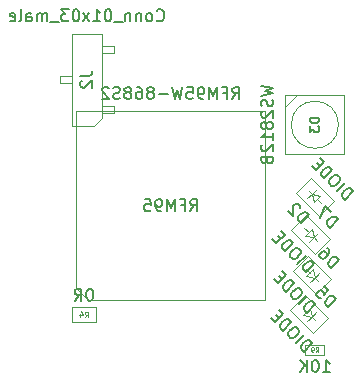
<source format=gbr>
%TF.GenerationSoftware,KiCad,Pcbnew,(5.1.9)-1*%
%TF.CreationDate,2021-06-07T11:13:51+02:00*%
%TF.ProjectId,esp32PicoD4,65737033-3250-4696-936f-44342e6b6963,rev?*%
%TF.SameCoordinates,Original*%
%TF.FileFunction,Other,Fab,Bot*%
%FSLAX46Y46*%
G04 Gerber Fmt 4.6, Leading zero omitted, Abs format (unit mm)*
G04 Created by KiCad (PCBNEW (5.1.9)-1) date 2021-06-07 11:13:51*
%MOMM*%
%LPD*%
G01*
G04 APERTURE LIST*
%ADD10C,0.100000*%
%ADD11C,0.150000*%
%ADD12C,0.060000*%
%ADD13C,0.080000*%
G04 APERTURE END LIST*
D10*
%TO.C,R9*%
X208318000Y-102774500D02*
X208318000Y-101949500D01*
X208318000Y-101949500D02*
X206718000Y-101949500D01*
X206718000Y-101949500D02*
X206718000Y-102774500D01*
X206718000Y-102774500D02*
X208318000Y-102774500D01*
%TO.C,J2*%
X186944000Y-83412000D02*
X188849000Y-83412000D01*
X188849000Y-83412000D02*
X189484000Y-82777000D01*
X189484000Y-82777000D02*
X189484000Y-75592000D01*
X189484000Y-75592000D02*
X186944000Y-75592000D01*
X186944000Y-75592000D02*
X186944000Y-83412000D01*
X189484000Y-82342000D02*
X190484000Y-82342000D01*
X190484000Y-82342000D02*
X190484000Y-81742000D01*
X190484000Y-81742000D02*
X189484000Y-81742000D01*
X185944000Y-79802000D02*
X186944000Y-79802000D01*
X186944000Y-79202000D02*
X185944000Y-79202000D01*
X185944000Y-79202000D02*
X185944000Y-79802000D01*
X189484000Y-77262000D02*
X190484000Y-77262000D01*
X190484000Y-77262000D02*
X190484000Y-76662000D01*
X190484000Y-76662000D02*
X189484000Y-76662000D01*
%TO.C,D7*%
X206983949Y-92429949D02*
X206630396Y-92076396D01*
X206701107Y-92712792D02*
X207408213Y-92854213D01*
X207266792Y-92147107D02*
X206701107Y-92712792D01*
X207408213Y-92854213D02*
X207266792Y-92147107D01*
X207408213Y-92854213D02*
X207019305Y-93243122D01*
X207408213Y-92854213D02*
X207797122Y-92465305D01*
X207691056Y-93137056D02*
X207408213Y-92854213D01*
X207514279Y-94233072D02*
X208787072Y-92960279D01*
X205534380Y-92253173D02*
X207514279Y-94233072D01*
X206807173Y-90980380D02*
X205534380Y-92253173D01*
X208787072Y-92960279D02*
X206807173Y-90980380D01*
%TO.C,D6*%
X207087223Y-95835223D02*
X206733670Y-95481670D01*
X206804381Y-96118066D02*
X207511487Y-96259487D01*
X207370066Y-95552381D02*
X206804381Y-96118066D01*
X207511487Y-96259487D02*
X207370066Y-95552381D01*
X207511487Y-96259487D02*
X207122579Y-96648396D01*
X207511487Y-96259487D02*
X207900396Y-95870579D01*
X207794330Y-96542330D02*
X207511487Y-96259487D01*
X207617553Y-97638346D02*
X208890346Y-96365553D01*
X205637654Y-95658447D02*
X207617553Y-97638346D01*
X206910447Y-94385654D02*
X205637654Y-95658447D01*
X208890346Y-96365553D02*
X206910447Y-94385654D01*
%TO.C,D5*%
X206833223Y-99137223D02*
X206479670Y-98783670D01*
X206550381Y-99420066D02*
X207257487Y-99561487D01*
X207116066Y-98854381D02*
X206550381Y-99420066D01*
X207257487Y-99561487D02*
X207116066Y-98854381D01*
X207257487Y-99561487D02*
X206868579Y-99950396D01*
X207257487Y-99561487D02*
X207646396Y-99172579D01*
X207540330Y-99844330D02*
X207257487Y-99561487D01*
X207363553Y-100940346D02*
X208636346Y-99667553D01*
X205383654Y-98960447D02*
X207363553Y-100940346D01*
X206656447Y-97687654D02*
X205383654Y-98960447D01*
X208636346Y-99667553D02*
X206656447Y-97687654D01*
%TO.C,D2*%
X207694777Y-89584777D02*
X208048330Y-89938330D01*
X207977619Y-89301934D02*
X207270513Y-89160513D01*
X207411934Y-89867619D02*
X207977619Y-89301934D01*
X207270513Y-89160513D02*
X207411934Y-89867619D01*
X207270513Y-89160513D02*
X207659421Y-88771604D01*
X207270513Y-89160513D02*
X206881604Y-89549421D01*
X206987670Y-88877670D02*
X207270513Y-89160513D01*
X207164447Y-87781654D02*
X205891654Y-89054447D01*
X209144346Y-89761553D02*
X207164447Y-87781654D01*
X207871553Y-91034346D02*
X209144346Y-89761553D01*
X205891654Y-89054447D02*
X207871553Y-91034346D01*
%TO.C,D3*%
X206018000Y-80812000D02*
X205018000Y-81812000D01*
X210018000Y-85812000D02*
X205018000Y-85812000D01*
X205018000Y-85812000D02*
X205018000Y-80812000D01*
X205018000Y-80812000D02*
X210018000Y-80812000D01*
X210018000Y-80812000D02*
X210018000Y-85812000D01*
X209518000Y-83312000D02*
G75*
G03*
X209518000Y-83312000I-2000000J0D01*
G01*
%TO.C,R4*%
X186960000Y-98775000D02*
X186960000Y-100025000D01*
X186960000Y-100025000D02*
X188960000Y-100025000D01*
X188960000Y-100025000D02*
X188960000Y-98775000D01*
X188960000Y-98775000D02*
X186960000Y-98775000D01*
%TO.C,RFM95*%
X188326000Y-98170000D02*
X203326000Y-98170000D01*
X203326000Y-82170000D02*
X203326000Y-98170000D01*
X187326000Y-82170000D02*
X203326000Y-82170000D01*
X187326000Y-82170000D02*
X187326000Y-97170000D01*
X188326000Y-98170000D02*
X187326000Y-97170000D01*
%TD*%
%TO.C,R9*%
D11*
X208208476Y-104244380D02*
X208779904Y-104244380D01*
X208494190Y-104244380D02*
X208494190Y-103244380D01*
X208589428Y-103387238D01*
X208684666Y-103482476D01*
X208779904Y-103530095D01*
X207589428Y-103244380D02*
X207494190Y-103244380D01*
X207398952Y-103292000D01*
X207351333Y-103339619D01*
X207303714Y-103434857D01*
X207256095Y-103625333D01*
X207256095Y-103863428D01*
X207303714Y-104053904D01*
X207351333Y-104149142D01*
X207398952Y-104196761D01*
X207494190Y-104244380D01*
X207589428Y-104244380D01*
X207684666Y-104196761D01*
X207732285Y-104149142D01*
X207779904Y-104053904D01*
X207827523Y-103863428D01*
X207827523Y-103625333D01*
X207779904Y-103434857D01*
X207732285Y-103339619D01*
X207684666Y-103292000D01*
X207589428Y-103244380D01*
X206827523Y-104244380D02*
X206827523Y-103244380D01*
X206256095Y-104244380D02*
X206684666Y-103672952D01*
X206256095Y-103244380D02*
X206827523Y-103815809D01*
D12*
X207584666Y-102542952D02*
X207718000Y-102352476D01*
X207813238Y-102542952D02*
X207813238Y-102142952D01*
X207660857Y-102142952D01*
X207622761Y-102162000D01*
X207603714Y-102181047D01*
X207584666Y-102219142D01*
X207584666Y-102276285D01*
X207603714Y-102314380D01*
X207622761Y-102333428D01*
X207660857Y-102352476D01*
X207813238Y-102352476D01*
X207394190Y-102542952D02*
X207318000Y-102542952D01*
X207279904Y-102523904D01*
X207260857Y-102504857D01*
X207222761Y-102447714D01*
X207203714Y-102371523D01*
X207203714Y-102219142D01*
X207222761Y-102181047D01*
X207241809Y-102162000D01*
X207279904Y-102142952D01*
X207356095Y-102142952D01*
X207394190Y-102162000D01*
X207413238Y-102181047D01*
X207432285Y-102219142D01*
X207432285Y-102314380D01*
X207413238Y-102352476D01*
X207394190Y-102371523D01*
X207356095Y-102390571D01*
X207279904Y-102390571D01*
X207241809Y-102371523D01*
X207222761Y-102352476D01*
X207203714Y-102314380D01*
%TO.C,J2*%
D11*
X194142571Y-74449142D02*
X194190190Y-74496761D01*
X194333047Y-74544380D01*
X194428285Y-74544380D01*
X194571142Y-74496761D01*
X194666380Y-74401523D01*
X194714000Y-74306285D01*
X194761619Y-74115809D01*
X194761619Y-73972952D01*
X194714000Y-73782476D01*
X194666380Y-73687238D01*
X194571142Y-73592000D01*
X194428285Y-73544380D01*
X194333047Y-73544380D01*
X194190190Y-73592000D01*
X194142571Y-73639619D01*
X193571142Y-74544380D02*
X193666380Y-74496761D01*
X193714000Y-74449142D01*
X193761619Y-74353904D01*
X193761619Y-74068190D01*
X193714000Y-73972952D01*
X193666380Y-73925333D01*
X193571142Y-73877714D01*
X193428285Y-73877714D01*
X193333047Y-73925333D01*
X193285428Y-73972952D01*
X193237809Y-74068190D01*
X193237809Y-74353904D01*
X193285428Y-74449142D01*
X193333047Y-74496761D01*
X193428285Y-74544380D01*
X193571142Y-74544380D01*
X192809238Y-73877714D02*
X192809238Y-74544380D01*
X192809238Y-73972952D02*
X192761619Y-73925333D01*
X192666380Y-73877714D01*
X192523523Y-73877714D01*
X192428285Y-73925333D01*
X192380666Y-74020571D01*
X192380666Y-74544380D01*
X191904476Y-73877714D02*
X191904476Y-74544380D01*
X191904476Y-73972952D02*
X191856857Y-73925333D01*
X191761619Y-73877714D01*
X191618761Y-73877714D01*
X191523523Y-73925333D01*
X191475904Y-74020571D01*
X191475904Y-74544380D01*
X191237809Y-74639619D02*
X190475904Y-74639619D01*
X190047333Y-73544380D02*
X189952095Y-73544380D01*
X189856857Y-73592000D01*
X189809238Y-73639619D01*
X189761619Y-73734857D01*
X189714000Y-73925333D01*
X189714000Y-74163428D01*
X189761619Y-74353904D01*
X189809238Y-74449142D01*
X189856857Y-74496761D01*
X189952095Y-74544380D01*
X190047333Y-74544380D01*
X190142571Y-74496761D01*
X190190190Y-74449142D01*
X190237809Y-74353904D01*
X190285428Y-74163428D01*
X190285428Y-73925333D01*
X190237809Y-73734857D01*
X190190190Y-73639619D01*
X190142571Y-73592000D01*
X190047333Y-73544380D01*
X188761619Y-74544380D02*
X189333047Y-74544380D01*
X189047333Y-74544380D02*
X189047333Y-73544380D01*
X189142571Y-73687238D01*
X189237809Y-73782476D01*
X189333047Y-73830095D01*
X188428285Y-74544380D02*
X187904476Y-73877714D01*
X188428285Y-73877714D02*
X187904476Y-74544380D01*
X187333047Y-73544380D02*
X187237809Y-73544380D01*
X187142571Y-73592000D01*
X187094952Y-73639619D01*
X187047333Y-73734857D01*
X186999714Y-73925333D01*
X186999714Y-74163428D01*
X187047333Y-74353904D01*
X187094952Y-74449142D01*
X187142571Y-74496761D01*
X187237809Y-74544380D01*
X187333047Y-74544380D01*
X187428285Y-74496761D01*
X187475904Y-74449142D01*
X187523523Y-74353904D01*
X187571142Y-74163428D01*
X187571142Y-73925333D01*
X187523523Y-73734857D01*
X187475904Y-73639619D01*
X187428285Y-73592000D01*
X187333047Y-73544380D01*
X186666380Y-73544380D02*
X186047333Y-73544380D01*
X186380666Y-73925333D01*
X186237809Y-73925333D01*
X186142571Y-73972952D01*
X186094952Y-74020571D01*
X186047333Y-74115809D01*
X186047333Y-74353904D01*
X186094952Y-74449142D01*
X186142571Y-74496761D01*
X186237809Y-74544380D01*
X186523523Y-74544380D01*
X186618761Y-74496761D01*
X186666380Y-74449142D01*
X185856857Y-74639619D02*
X185094952Y-74639619D01*
X184856857Y-74544380D02*
X184856857Y-73877714D01*
X184856857Y-73972952D02*
X184809238Y-73925333D01*
X184714000Y-73877714D01*
X184571142Y-73877714D01*
X184475904Y-73925333D01*
X184428285Y-74020571D01*
X184428285Y-74544380D01*
X184428285Y-74020571D02*
X184380666Y-73925333D01*
X184285428Y-73877714D01*
X184142571Y-73877714D01*
X184047333Y-73925333D01*
X183999714Y-74020571D01*
X183999714Y-74544380D01*
X183094952Y-74544380D02*
X183094952Y-74020571D01*
X183142571Y-73925333D01*
X183237809Y-73877714D01*
X183428285Y-73877714D01*
X183523523Y-73925333D01*
X183094952Y-74496761D02*
X183190190Y-74544380D01*
X183428285Y-74544380D01*
X183523523Y-74496761D01*
X183571142Y-74401523D01*
X183571142Y-74306285D01*
X183523523Y-74211047D01*
X183428285Y-74163428D01*
X183190190Y-74163428D01*
X183094952Y-74115809D01*
X182475904Y-74544380D02*
X182571142Y-74496761D01*
X182618761Y-74401523D01*
X182618761Y-73544380D01*
X181714000Y-74496761D02*
X181809238Y-74544380D01*
X181999714Y-74544380D01*
X182094952Y-74496761D01*
X182142571Y-74401523D01*
X182142571Y-74020571D01*
X182094952Y-73925333D01*
X181999714Y-73877714D01*
X181809238Y-73877714D01*
X181714000Y-73925333D01*
X181666380Y-74020571D01*
X181666380Y-74115809D01*
X182142571Y-74211047D01*
X187666380Y-79168666D02*
X188380666Y-79168666D01*
X188523523Y-79121047D01*
X188618761Y-79025809D01*
X188666380Y-78882952D01*
X188666380Y-78787714D01*
X187761619Y-79597238D02*
X187714000Y-79644857D01*
X187666380Y-79740095D01*
X187666380Y-79978190D01*
X187714000Y-80073428D01*
X187761619Y-80121047D01*
X187856857Y-80168666D01*
X187952095Y-80168666D01*
X188094952Y-80121047D01*
X188666380Y-79549619D01*
X188666380Y-80168666D01*
%TO.C,D7*%
X206753298Y-95808909D02*
X207460404Y-95101802D01*
X207292046Y-94933443D01*
X207157359Y-94866100D01*
X207022672Y-94866100D01*
X206921656Y-94899772D01*
X206753298Y-95000787D01*
X206652282Y-95101802D01*
X206551267Y-95270161D01*
X206517595Y-95371176D01*
X206517595Y-95505863D01*
X206584939Y-95640550D01*
X206753298Y-95808909D01*
X206046191Y-95101802D02*
X206753298Y-94394695D01*
X206281893Y-93923291D02*
X206147206Y-93788604D01*
X206046191Y-93754932D01*
X205911504Y-93754932D01*
X205743145Y-93855947D01*
X205507443Y-94091650D01*
X205406427Y-94260008D01*
X205406427Y-94394695D01*
X205440099Y-94495711D01*
X205574786Y-94630398D01*
X205675802Y-94664069D01*
X205810489Y-94664069D01*
X205978847Y-94563054D01*
X206214550Y-94327352D01*
X206315565Y-94158993D01*
X206315565Y-94024306D01*
X206281893Y-93923291D01*
X204968695Y-94024306D02*
X205675802Y-93317199D01*
X205507443Y-93148840D01*
X205372756Y-93081497D01*
X205238069Y-93081497D01*
X205137053Y-93115169D01*
X204968695Y-93216184D01*
X204867679Y-93317199D01*
X204766664Y-93485558D01*
X204732992Y-93586573D01*
X204732992Y-93721260D01*
X204800336Y-93855947D01*
X204968695Y-94024306D01*
X204631977Y-92946810D02*
X204396275Y-92711108D01*
X203924870Y-92980482D02*
X204261588Y-93317199D01*
X204968695Y-92610092D01*
X204631977Y-92273375D01*
X208776970Y-92034305D02*
X209484077Y-91327199D01*
X209315718Y-91158840D01*
X209181031Y-91091496D01*
X209046344Y-91091496D01*
X208945329Y-91125168D01*
X208776970Y-91226183D01*
X208675955Y-91327199D01*
X208574940Y-91495557D01*
X208541268Y-91596573D01*
X208541268Y-91731260D01*
X208608611Y-91865947D01*
X208776970Y-92034305D01*
X208844314Y-90687435D02*
X208372909Y-90216031D01*
X207968848Y-91226183D01*
%TO.C,D6*%
X206856572Y-99214183D02*
X207563678Y-98507076D01*
X207395320Y-98338717D01*
X207260633Y-98271374D01*
X207125946Y-98271374D01*
X207024930Y-98305046D01*
X206856572Y-98406061D01*
X206755556Y-98507076D01*
X206654541Y-98675435D01*
X206620869Y-98776450D01*
X206620869Y-98911137D01*
X206688213Y-99045824D01*
X206856572Y-99214183D01*
X206149465Y-98507076D02*
X206856572Y-97799969D01*
X206385167Y-97328565D02*
X206250480Y-97193878D01*
X206149465Y-97160206D01*
X206014778Y-97160206D01*
X205846419Y-97261221D01*
X205610717Y-97496924D01*
X205509701Y-97665282D01*
X205509701Y-97799969D01*
X205543373Y-97900985D01*
X205678060Y-98035672D01*
X205779076Y-98069343D01*
X205913763Y-98069343D01*
X206082121Y-97968328D01*
X206317824Y-97732626D01*
X206418839Y-97564267D01*
X206418839Y-97429580D01*
X206385167Y-97328565D01*
X205071969Y-97429580D02*
X205779076Y-96722473D01*
X205610717Y-96554114D01*
X205476030Y-96486771D01*
X205341343Y-96486771D01*
X205240327Y-96520443D01*
X205071969Y-96621458D01*
X204970953Y-96722473D01*
X204869938Y-96890832D01*
X204836266Y-96991847D01*
X204836266Y-97126534D01*
X204903610Y-97261221D01*
X205071969Y-97429580D01*
X204735251Y-96352084D02*
X204499549Y-96116382D01*
X204028144Y-96385756D02*
X204364862Y-96722473D01*
X205071969Y-96015366D01*
X204735251Y-95678649D01*
X208880244Y-95439579D02*
X209587351Y-94732473D01*
X209418992Y-94564114D01*
X209284305Y-94496770D01*
X209149618Y-94496770D01*
X209048603Y-94530442D01*
X208880244Y-94631457D01*
X208779229Y-94732473D01*
X208678214Y-94900831D01*
X208644542Y-95001847D01*
X208644542Y-95136534D01*
X208711885Y-95271221D01*
X208880244Y-95439579D01*
X208577198Y-93722320D02*
X208711885Y-93857007D01*
X208745557Y-93958022D01*
X208745557Y-94025366D01*
X208711885Y-94193724D01*
X208610870Y-94362083D01*
X208341496Y-94631457D01*
X208240481Y-94665129D01*
X208173137Y-94665129D01*
X208072122Y-94631457D01*
X207937435Y-94496770D01*
X207903763Y-94395755D01*
X207903763Y-94328411D01*
X207937435Y-94227396D01*
X208105794Y-94059037D01*
X208206809Y-94025366D01*
X208274152Y-94025366D01*
X208375168Y-94059037D01*
X208509855Y-94193724D01*
X208543526Y-94294740D01*
X208543526Y-94362083D01*
X208509855Y-94463098D01*
%TO.C,D5*%
X206602572Y-102516183D02*
X207309678Y-101809076D01*
X207141320Y-101640717D01*
X207006633Y-101573374D01*
X206871946Y-101573374D01*
X206770930Y-101607046D01*
X206602572Y-101708061D01*
X206501556Y-101809076D01*
X206400541Y-101977435D01*
X206366869Y-102078450D01*
X206366869Y-102213137D01*
X206434213Y-102347824D01*
X206602572Y-102516183D01*
X205895465Y-101809076D02*
X206602572Y-101101969D01*
X206131167Y-100630565D02*
X205996480Y-100495878D01*
X205895465Y-100462206D01*
X205760778Y-100462206D01*
X205592419Y-100563221D01*
X205356717Y-100798924D01*
X205255701Y-100967282D01*
X205255701Y-101101969D01*
X205289373Y-101202985D01*
X205424060Y-101337672D01*
X205525076Y-101371343D01*
X205659763Y-101371343D01*
X205828121Y-101270328D01*
X206063824Y-101034626D01*
X206164839Y-100866267D01*
X206164839Y-100731580D01*
X206131167Y-100630565D01*
X204817969Y-100731580D02*
X205525076Y-100024473D01*
X205356717Y-99856114D01*
X205222030Y-99788771D01*
X205087343Y-99788771D01*
X204986327Y-99822443D01*
X204817969Y-99923458D01*
X204716953Y-100024473D01*
X204615938Y-100192832D01*
X204582266Y-100293847D01*
X204582266Y-100428534D01*
X204649610Y-100563221D01*
X204817969Y-100731580D01*
X204481251Y-99654084D02*
X204245549Y-99418382D01*
X203774144Y-99687756D02*
X204110862Y-100024473D01*
X204817969Y-99317366D01*
X204481251Y-98980649D01*
X208626244Y-98741579D02*
X209333351Y-98034473D01*
X209164992Y-97866114D01*
X209030305Y-97798770D01*
X208895618Y-97798770D01*
X208794603Y-97832442D01*
X208626244Y-97933457D01*
X208525229Y-98034473D01*
X208424214Y-98202831D01*
X208390542Y-98303847D01*
X208390542Y-98438534D01*
X208457885Y-98573221D01*
X208626244Y-98741579D01*
X208289526Y-96990648D02*
X208626244Y-97327366D01*
X208323198Y-97697755D01*
X208323198Y-97630411D01*
X208289526Y-97529396D01*
X208121168Y-97361037D01*
X208020152Y-97327366D01*
X207952809Y-97327366D01*
X207851794Y-97361037D01*
X207683435Y-97529396D01*
X207649763Y-97630411D01*
X207649763Y-97697755D01*
X207683435Y-97798770D01*
X207851794Y-97967129D01*
X207952809Y-98000801D01*
X208020152Y-98000801D01*
%TO.C,D2*%
X210080420Y-89640335D02*
X210787526Y-88933228D01*
X210619168Y-88764869D01*
X210484481Y-88697526D01*
X210349794Y-88697526D01*
X210248778Y-88731198D01*
X210080420Y-88832213D01*
X209979404Y-88933228D01*
X209878389Y-89101587D01*
X209844717Y-89202602D01*
X209844717Y-89337289D01*
X209912061Y-89471976D01*
X210080420Y-89640335D01*
X209373313Y-88933228D02*
X210080420Y-88226121D01*
X209609015Y-87754717D02*
X209474328Y-87620030D01*
X209373313Y-87586358D01*
X209238626Y-87586358D01*
X209070267Y-87687373D01*
X208834565Y-87923076D01*
X208733549Y-88091434D01*
X208733549Y-88226121D01*
X208767221Y-88327137D01*
X208901908Y-88461824D01*
X209002924Y-88495495D01*
X209137611Y-88495495D01*
X209305969Y-88394480D01*
X209541672Y-88158778D01*
X209642687Y-87990419D01*
X209642687Y-87855732D01*
X209609015Y-87754717D01*
X208295817Y-87855732D02*
X209002924Y-87148625D01*
X208834565Y-86980266D01*
X208699878Y-86912923D01*
X208565191Y-86912923D01*
X208464175Y-86946595D01*
X208295817Y-87047610D01*
X208194801Y-87148625D01*
X208093786Y-87316984D01*
X208060114Y-87417999D01*
X208060114Y-87552686D01*
X208127458Y-87687373D01*
X208295817Y-87855732D01*
X207959099Y-86778236D02*
X207723397Y-86542534D01*
X207251992Y-86811908D02*
X207588710Y-87148625D01*
X208295817Y-86441518D01*
X207959099Y-86104801D01*
X206305816Y-91664007D02*
X207012923Y-90956901D01*
X206844564Y-90788542D01*
X206709877Y-90721198D01*
X206575190Y-90721198D01*
X206474175Y-90754870D01*
X206305816Y-90855885D01*
X206204801Y-90956901D01*
X206103786Y-91125259D01*
X206070114Y-91226275D01*
X206070114Y-91360962D01*
X206137457Y-91495649D01*
X206305816Y-91664007D01*
X206272144Y-90350809D02*
X206272144Y-90283465D01*
X206238473Y-90182450D01*
X206070114Y-90014091D01*
X205969098Y-89980420D01*
X205901755Y-89980420D01*
X205800740Y-90014091D01*
X205733396Y-90081435D01*
X205666053Y-90216122D01*
X205666053Y-91024244D01*
X205228320Y-90586511D01*
%TO.C,D3*%
X202970380Y-80002476D02*
X203970380Y-80240571D01*
X203256095Y-80431047D01*
X203970380Y-80621523D01*
X202970380Y-80859619D01*
X203922761Y-81192952D02*
X203970380Y-81335809D01*
X203970380Y-81573904D01*
X203922761Y-81669142D01*
X203875142Y-81716761D01*
X203779904Y-81764380D01*
X203684666Y-81764380D01*
X203589428Y-81716761D01*
X203541809Y-81669142D01*
X203494190Y-81573904D01*
X203446571Y-81383428D01*
X203398952Y-81288190D01*
X203351333Y-81240571D01*
X203256095Y-81192952D01*
X203160857Y-81192952D01*
X203065619Y-81240571D01*
X203018000Y-81288190D01*
X202970380Y-81383428D01*
X202970380Y-81621523D01*
X203018000Y-81764380D01*
X203065619Y-82145333D02*
X203018000Y-82192952D01*
X202970380Y-82288190D01*
X202970380Y-82526285D01*
X203018000Y-82621523D01*
X203065619Y-82669142D01*
X203160857Y-82716761D01*
X203256095Y-82716761D01*
X203398952Y-82669142D01*
X203970380Y-82097714D01*
X203970380Y-82716761D01*
X203398952Y-83288190D02*
X203351333Y-83192952D01*
X203303714Y-83145333D01*
X203208476Y-83097714D01*
X203160857Y-83097714D01*
X203065619Y-83145333D01*
X203018000Y-83192952D01*
X202970380Y-83288190D01*
X202970380Y-83478666D01*
X203018000Y-83573904D01*
X203065619Y-83621523D01*
X203160857Y-83669142D01*
X203208476Y-83669142D01*
X203303714Y-83621523D01*
X203351333Y-83573904D01*
X203398952Y-83478666D01*
X203398952Y-83288190D01*
X203446571Y-83192952D01*
X203494190Y-83145333D01*
X203589428Y-83097714D01*
X203779904Y-83097714D01*
X203875142Y-83145333D01*
X203922761Y-83192952D01*
X203970380Y-83288190D01*
X203970380Y-83478666D01*
X203922761Y-83573904D01*
X203875142Y-83621523D01*
X203779904Y-83669142D01*
X203589428Y-83669142D01*
X203494190Y-83621523D01*
X203446571Y-83573904D01*
X203398952Y-83478666D01*
X203970380Y-84621523D02*
X203970380Y-84050095D01*
X203970380Y-84335809D02*
X202970380Y-84335809D01*
X203113238Y-84240571D01*
X203208476Y-84145333D01*
X203256095Y-84050095D01*
X203065619Y-85002476D02*
X203018000Y-85050095D01*
X202970380Y-85145333D01*
X202970380Y-85383428D01*
X203018000Y-85478666D01*
X203065619Y-85526285D01*
X203160857Y-85573904D01*
X203256095Y-85573904D01*
X203398952Y-85526285D01*
X203970380Y-84954857D01*
X203970380Y-85573904D01*
X203446571Y-86335809D02*
X203494190Y-86478666D01*
X203541809Y-86526285D01*
X203637047Y-86573904D01*
X203779904Y-86573904D01*
X203875142Y-86526285D01*
X203922761Y-86478666D01*
X203970380Y-86383428D01*
X203970380Y-86002476D01*
X202970380Y-86002476D01*
X202970380Y-86335809D01*
X203018000Y-86431047D01*
X203065619Y-86478666D01*
X203160857Y-86526285D01*
X203256095Y-86526285D01*
X203351333Y-86478666D01*
X203398952Y-86431047D01*
X203446571Y-86335809D01*
X203446571Y-86002476D01*
X207879904Y-82721523D02*
X207079904Y-82721523D01*
X207079904Y-82912000D01*
X207118000Y-83026285D01*
X207194190Y-83102476D01*
X207270380Y-83140571D01*
X207422761Y-83178666D01*
X207537047Y-83178666D01*
X207689428Y-83140571D01*
X207765619Y-83102476D01*
X207841809Y-83026285D01*
X207879904Y-82912000D01*
X207879904Y-82721523D01*
X207079904Y-83445333D02*
X207079904Y-83940571D01*
X207384666Y-83673904D01*
X207384666Y-83788190D01*
X207422761Y-83864380D01*
X207460857Y-83902476D01*
X207537047Y-83940571D01*
X207727523Y-83940571D01*
X207803714Y-83902476D01*
X207841809Y-83864380D01*
X207879904Y-83788190D01*
X207879904Y-83559619D01*
X207841809Y-83483428D01*
X207803714Y-83445333D01*
%TO.C,R4*%
X188507619Y-97202380D02*
X188412380Y-97202380D01*
X188317142Y-97250000D01*
X188269523Y-97297619D01*
X188221904Y-97392857D01*
X188174285Y-97583333D01*
X188174285Y-97821428D01*
X188221904Y-98011904D01*
X188269523Y-98107142D01*
X188317142Y-98154761D01*
X188412380Y-98202380D01*
X188507619Y-98202380D01*
X188602857Y-98154761D01*
X188650476Y-98107142D01*
X188698095Y-98011904D01*
X188745714Y-97821428D01*
X188745714Y-97583333D01*
X188698095Y-97392857D01*
X188650476Y-97297619D01*
X188602857Y-97250000D01*
X188507619Y-97202380D01*
X187174285Y-98202380D02*
X187507619Y-97726190D01*
X187745714Y-98202380D02*
X187745714Y-97202380D01*
X187364761Y-97202380D01*
X187269523Y-97250000D01*
X187221904Y-97297619D01*
X187174285Y-97392857D01*
X187174285Y-97535714D01*
X187221904Y-97630952D01*
X187269523Y-97678571D01*
X187364761Y-97726190D01*
X187745714Y-97726190D01*
D13*
X188043333Y-99626190D02*
X188210000Y-99388095D01*
X188329047Y-99626190D02*
X188329047Y-99126190D01*
X188138571Y-99126190D01*
X188090952Y-99150000D01*
X188067142Y-99173809D01*
X188043333Y-99221428D01*
X188043333Y-99292857D01*
X188067142Y-99340476D01*
X188090952Y-99364285D01*
X188138571Y-99388095D01*
X188329047Y-99388095D01*
X187614761Y-99292857D02*
X187614761Y-99626190D01*
X187733809Y-99102380D02*
X187852857Y-99459523D01*
X187543333Y-99459523D01*
%TO.C,RFM95*%
D11*
X200540285Y-81122380D02*
X200873619Y-80646190D01*
X201111714Y-81122380D02*
X201111714Y-80122380D01*
X200730761Y-80122380D01*
X200635523Y-80170000D01*
X200587904Y-80217619D01*
X200540285Y-80312857D01*
X200540285Y-80455714D01*
X200587904Y-80550952D01*
X200635523Y-80598571D01*
X200730761Y-80646190D01*
X201111714Y-80646190D01*
X199778380Y-80598571D02*
X200111714Y-80598571D01*
X200111714Y-81122380D02*
X200111714Y-80122380D01*
X199635523Y-80122380D01*
X199254571Y-81122380D02*
X199254571Y-80122380D01*
X198921238Y-80836666D01*
X198587904Y-80122380D01*
X198587904Y-81122380D01*
X198064095Y-81122380D02*
X197873619Y-81122380D01*
X197778380Y-81074761D01*
X197730761Y-81027142D01*
X197635523Y-80884285D01*
X197587904Y-80693809D01*
X197587904Y-80312857D01*
X197635523Y-80217619D01*
X197683142Y-80170000D01*
X197778380Y-80122380D01*
X197968857Y-80122380D01*
X198064095Y-80170000D01*
X198111714Y-80217619D01*
X198159333Y-80312857D01*
X198159333Y-80550952D01*
X198111714Y-80646190D01*
X198064095Y-80693809D01*
X197968857Y-80741428D01*
X197778380Y-80741428D01*
X197683142Y-80693809D01*
X197635523Y-80646190D01*
X197587904Y-80550952D01*
X196683142Y-80122380D02*
X197159333Y-80122380D01*
X197206952Y-80598571D01*
X197159333Y-80550952D01*
X197064095Y-80503333D01*
X196826000Y-80503333D01*
X196730761Y-80550952D01*
X196683142Y-80598571D01*
X196635523Y-80693809D01*
X196635523Y-80931904D01*
X196683142Y-81027142D01*
X196730761Y-81074761D01*
X196826000Y-81122380D01*
X197064095Y-81122380D01*
X197159333Y-81074761D01*
X197206952Y-81027142D01*
X196302190Y-80122380D02*
X196064095Y-81122380D01*
X195873619Y-80408095D01*
X195683142Y-81122380D01*
X195445047Y-80122380D01*
X195064095Y-80741428D02*
X194302190Y-80741428D01*
X193683142Y-80550952D02*
X193778380Y-80503333D01*
X193826000Y-80455714D01*
X193873619Y-80360476D01*
X193873619Y-80312857D01*
X193826000Y-80217619D01*
X193778380Y-80170000D01*
X193683142Y-80122380D01*
X193492666Y-80122380D01*
X193397428Y-80170000D01*
X193349809Y-80217619D01*
X193302190Y-80312857D01*
X193302190Y-80360476D01*
X193349809Y-80455714D01*
X193397428Y-80503333D01*
X193492666Y-80550952D01*
X193683142Y-80550952D01*
X193778380Y-80598571D01*
X193826000Y-80646190D01*
X193873619Y-80741428D01*
X193873619Y-80931904D01*
X193826000Y-81027142D01*
X193778380Y-81074761D01*
X193683142Y-81122380D01*
X193492666Y-81122380D01*
X193397428Y-81074761D01*
X193349809Y-81027142D01*
X193302190Y-80931904D01*
X193302190Y-80741428D01*
X193349809Y-80646190D01*
X193397428Y-80598571D01*
X193492666Y-80550952D01*
X192445047Y-80122380D02*
X192635523Y-80122380D01*
X192730761Y-80170000D01*
X192778380Y-80217619D01*
X192873619Y-80360476D01*
X192921238Y-80550952D01*
X192921238Y-80931904D01*
X192873619Y-81027142D01*
X192826000Y-81074761D01*
X192730761Y-81122380D01*
X192540285Y-81122380D01*
X192445047Y-81074761D01*
X192397428Y-81027142D01*
X192349809Y-80931904D01*
X192349809Y-80693809D01*
X192397428Y-80598571D01*
X192445047Y-80550952D01*
X192540285Y-80503333D01*
X192730761Y-80503333D01*
X192826000Y-80550952D01*
X192873619Y-80598571D01*
X192921238Y-80693809D01*
X191778380Y-80550952D02*
X191873619Y-80503333D01*
X191921238Y-80455714D01*
X191968857Y-80360476D01*
X191968857Y-80312857D01*
X191921238Y-80217619D01*
X191873619Y-80170000D01*
X191778380Y-80122380D01*
X191587904Y-80122380D01*
X191492666Y-80170000D01*
X191445047Y-80217619D01*
X191397428Y-80312857D01*
X191397428Y-80360476D01*
X191445047Y-80455714D01*
X191492666Y-80503333D01*
X191587904Y-80550952D01*
X191778380Y-80550952D01*
X191873619Y-80598571D01*
X191921238Y-80646190D01*
X191968857Y-80741428D01*
X191968857Y-80931904D01*
X191921238Y-81027142D01*
X191873619Y-81074761D01*
X191778380Y-81122380D01*
X191587904Y-81122380D01*
X191492666Y-81074761D01*
X191445047Y-81027142D01*
X191397428Y-80931904D01*
X191397428Y-80741428D01*
X191445047Y-80646190D01*
X191492666Y-80598571D01*
X191587904Y-80550952D01*
X191016476Y-81074761D02*
X190873619Y-81122380D01*
X190635523Y-81122380D01*
X190540285Y-81074761D01*
X190492666Y-81027142D01*
X190445047Y-80931904D01*
X190445047Y-80836666D01*
X190492666Y-80741428D01*
X190540285Y-80693809D01*
X190635523Y-80646190D01*
X190826000Y-80598571D01*
X190921238Y-80550952D01*
X190968857Y-80503333D01*
X191016476Y-80408095D01*
X191016476Y-80312857D01*
X190968857Y-80217619D01*
X190921238Y-80170000D01*
X190826000Y-80122380D01*
X190587904Y-80122380D01*
X190445047Y-80170000D01*
X190064095Y-80217619D02*
X190016476Y-80170000D01*
X189921238Y-80122380D01*
X189683142Y-80122380D01*
X189587904Y-80170000D01*
X189540285Y-80217619D01*
X189492666Y-80312857D01*
X189492666Y-80408095D01*
X189540285Y-80550952D01*
X190111714Y-81122380D01*
X189492666Y-81122380D01*
X196968857Y-90622380D02*
X197302190Y-90146190D01*
X197540285Y-90622380D02*
X197540285Y-89622380D01*
X197159333Y-89622380D01*
X197064095Y-89670000D01*
X197016476Y-89717619D01*
X196968857Y-89812857D01*
X196968857Y-89955714D01*
X197016476Y-90050952D01*
X197064095Y-90098571D01*
X197159333Y-90146190D01*
X197540285Y-90146190D01*
X196206952Y-90098571D02*
X196540285Y-90098571D01*
X196540285Y-90622380D02*
X196540285Y-89622380D01*
X196064095Y-89622380D01*
X195683142Y-90622380D02*
X195683142Y-89622380D01*
X195349809Y-90336666D01*
X195016476Y-89622380D01*
X195016476Y-90622380D01*
X194492666Y-90622380D02*
X194302190Y-90622380D01*
X194206952Y-90574761D01*
X194159333Y-90527142D01*
X194064095Y-90384285D01*
X194016476Y-90193809D01*
X194016476Y-89812857D01*
X194064095Y-89717619D01*
X194111714Y-89670000D01*
X194206952Y-89622380D01*
X194397428Y-89622380D01*
X194492666Y-89670000D01*
X194540285Y-89717619D01*
X194587904Y-89812857D01*
X194587904Y-90050952D01*
X194540285Y-90146190D01*
X194492666Y-90193809D01*
X194397428Y-90241428D01*
X194206952Y-90241428D01*
X194111714Y-90193809D01*
X194064095Y-90146190D01*
X194016476Y-90050952D01*
X193111714Y-89622380D02*
X193587904Y-89622380D01*
X193635523Y-90098571D01*
X193587904Y-90050952D01*
X193492666Y-90003333D01*
X193254571Y-90003333D01*
X193159333Y-90050952D01*
X193111714Y-90098571D01*
X193064095Y-90193809D01*
X193064095Y-90431904D01*
X193111714Y-90527142D01*
X193159333Y-90574761D01*
X193254571Y-90622380D01*
X193492666Y-90622380D01*
X193587904Y-90574761D01*
X193635523Y-90527142D01*
%TD*%
M02*

</source>
